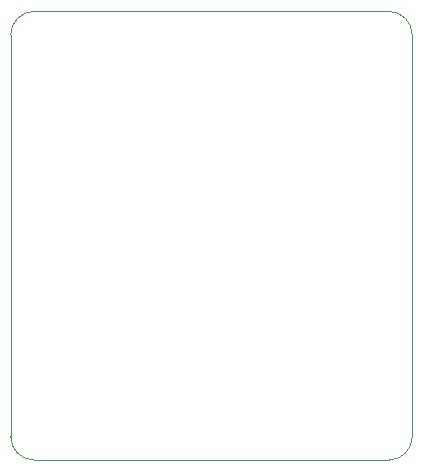
<source format=gbr>
%TF.GenerationSoftware,KiCad,Pcbnew,9.0.0*%
%TF.CreationDate,2025-03-09T13:03:08+03:00*%
%TF.ProjectId,PM_DBG-FFC,504d5f44-4247-42d4-9646-432e6b696361,rev?*%
%TF.SameCoordinates,Original*%
%TF.FileFunction,Profile,NP*%
%FSLAX46Y46*%
G04 Gerber Fmt 4.6, Leading zero omitted, Abs format (unit mm)*
G04 Created by KiCad (PCBNEW 9.0.0) date 2025-03-09 13:03:08*
%MOMM*%
%LPD*%
G01*
G04 APERTURE LIST*
%TA.AperFunction,Profile*%
%ADD10C,0.100000*%
%TD*%
G04 APERTURE END LIST*
D10*
X-17000000Y17000000D02*
G75*
G02*
X-15000000Y19000000I2000000J0D01*
G01*
X17000000Y-17000000D02*
G75*
G02*
X15000000Y-19000000I-2000000J0D01*
G01*
X15000000Y19000000D02*
G75*
G02*
X17000000Y17000000I0J-2000000D01*
G01*
X-15000000Y-19000000D02*
X15000000Y-19000000D01*
X-17000000Y-17000000D02*
X-17000000Y17000000D01*
X17000000Y17000000D02*
X17000000Y-17000000D01*
X-15000000Y19000000D02*
X15000000Y19000000D01*
X-15000000Y-19000000D02*
G75*
G02*
X-17000000Y-17000000I0J2000000D01*
G01*
M02*

</source>
